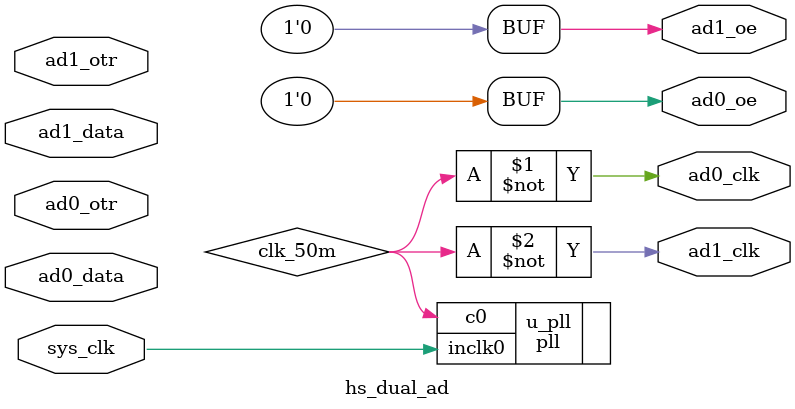
<source format=v>

module hs_dual_ad(
    input                 sys_clk     ,  
    //AD0
    input     [9:0]       ad0_data     ,  //AD0数据
    input                 ad0_otr      ,   //输入电压超过量程标志
    output                ad0_clk      ,   //AD0(AD9280)采样时钟
    output                ad0_oe       ,
    //AD1
    input     [9:0]       ad1_data     ,  //AD0数据
    input                 ad1_otr      ,  //输入电压超过量程标志
    output                ad1_clk      ,  //AD1(AD9280)采样时钟  
    output                ad1_oe       
    );
    
 //*****************************************************
//**                    main code
//*****************************************************   
//  ad0_oe=0,正常模式；ad0_oe=1,高阻
wire clk_50m;

assign ad0_oe =  1'b0;
assign ad1_oe =  1'b0;
assign  ad0_clk = ~clk_50m;
assign  ad1_clk = ~clk_50m;


pll u_pll(
	.inclk0 (sys_clk),
	.c0 (clk_50m)
	);


endmodule

</source>
